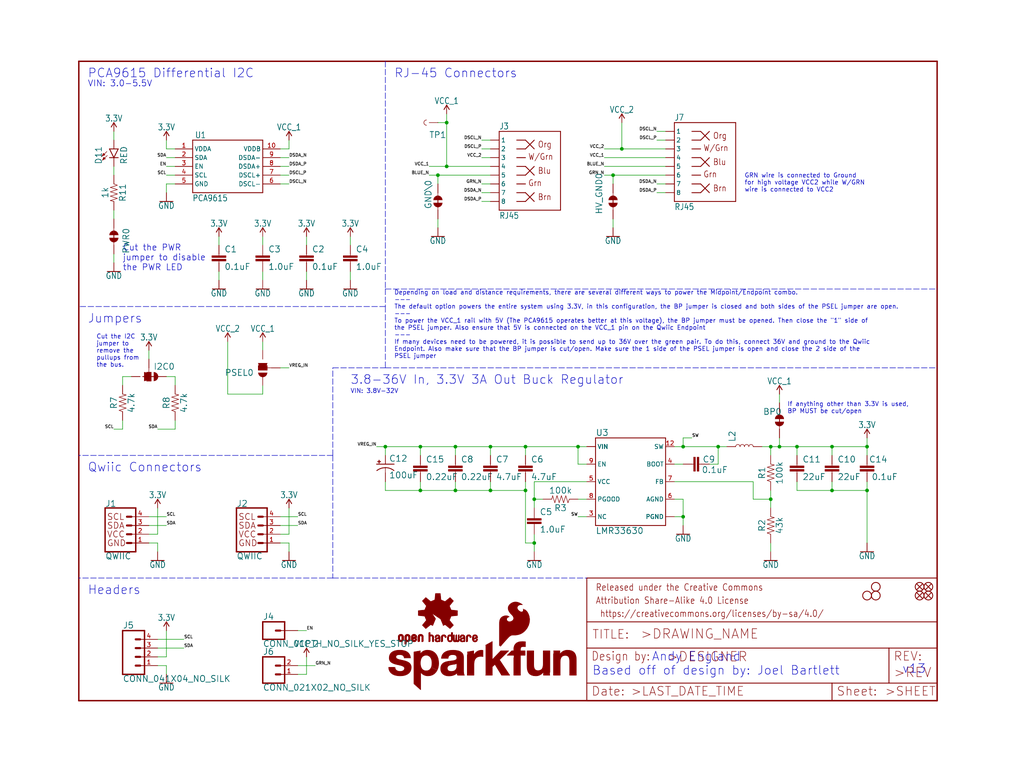
<source format=kicad_sch>
(kicad_sch (version 20211123) (generator eeschema)
  (paper "User" 297.002 223.926)
  (lib_symbols
    (symbol "schematicEagle-eagle-import:0.1UF-0603-100V-10%"
      (property "Reference" "C" (at 1.524 2.921 0))
      (property "Value" "0.1UF-0603-100V-10%" (at 1.524 -2.159 0))
      (symbol "0.1UF-0603-100V-10%_1_0"
        (pin passive line (at 0 5.08 270) (length 2.54) (name "1") (number "1"))
        (pin passive line (at 0 -2.54 90) (length 2.54) (name "2") (number "2"))
      )
    )
    (symbol "schematicEagle-eagle-import:0.1UF-0603-25V-(+80{slash}-20%)"
      (property "Reference" "C" (at 1.524 2.921 0))
      (property "Value" "0.1UF-0603-25V-(+80{slash}-20%)" (at 1.524 -2.159 0))
      (symbol "0.1UF-0603-25V-(+80{slash}-20%)_1_0"
        (pin passive line (at 0 5.08 270) (length 2.54) (name "1") (number "1"))
        (pin passive line (at 0 -2.54 90) (length 2.54) (name "2") (number "2"))
      )
    )
    (symbol "schematicEagle-eagle-import:0.22UF-0603-50V-10%"
      (property "Reference" "C" (at 1.524 2.921 0))
      (property "Value" "0.22UF-0603-50V-10%" (at 1.524 -2.159 0))
      (symbol "0.22UF-0603-50V-10%_1_0"
        (pin passive line (at 0 5.08 270) (length 2.54) (name "1") (number "1"))
        (pin passive line (at 0 -2.54 90) (length 2.54) (name "2") (number "2"))
      )
    )
    (symbol "schematicEagle-eagle-import:1.0UF-0603-16V-10%"
      (property "Reference" "C" (at 1.524 2.921 0))
      (property "Value" "1.0UF-0603-16V-10%" (at 1.524 -2.159 0))
      (symbol "1.0UF-0603-16V-10%_1_0"
        (pin passive line (at 0 5.08 270) (length 2.54) (name "1") (number "1"))
        (pin passive line (at 0 -2.54 90) (length 2.54) (name "2") (number "2"))
      )
    )
    (symbol "schematicEagle-eagle-import:100KOHM-0603-1{slash}10W-1%"
      (property "Reference" "R" (at 0 1.524 0))
      (property "Value" "100KOHM-0603-1{slash}10W-1%" (at 0 -1.524 0))
      (symbol "100KOHM-0603-1{slash}10W-1%_1_0"
        (pin passive line (at -5.08 0 0) (length 2.54) (name "1") (number "1"))
        (pin passive line (at 5.08 0 180) (length 2.54) (name "2") (number "2"))
      )
    )
    (symbol "schematicEagle-eagle-import:100UF-POLAR-8X10.5-50V"
      (property "Reference" "C" (at 1.016 0.635 0))
      (property "Value" "100UF-POLAR-8X10.5-50V" (at 1.016 -4.191 0))
      (symbol "100UF-POLAR-8X10.5-50V_1_0"
        (pin passive line (at 0 2.54 270) (length 2.54) (name "+") (number "+"))
        (pin passive line (at 0 -5.08 90) (length 2.54) (name "-") (number "-"))
      )
    )
    (symbol "schematicEagle-eagle-import:1KOHM-0603-1{slash}10W-1%"
      (property "Reference" "R" (at 0 1.524 0))
      (property "Value" "1KOHM-0603-1{slash}10W-1%" (at 0 -1.524 0))
      (symbol "1KOHM-0603-1{slash}10W-1%_1_0"
        (pin passive line (at -5.08 0 0) (length 2.54) (name "1") (number "1"))
        (pin passive line (at 5.08 0 180) (length 2.54) (name "2") (number "2"))
      )
    )
    (symbol "schematicEagle-eagle-import:2.2μH_SHIELDED_INDUCTOR_5X5"
      (property "Reference" "L" (at 1.27 2.54 0))
      (property "Value" "2.2μH_SHIELDED_INDUCTOR_5X5" (at 1.27 -2.54 0))
      (symbol "2.2μH_SHIELDED_INDUCTOR_5X5_1_0"
        (pin passive line (at 0 5.08 270) (length 2.54) (name "1") (number "P$1"))
        (pin passive line (at 0 -5.08 90) (length 2.54) (name "2") (number "P$2"))
      )
    )
    (symbol "schematicEagle-eagle-import:22UF-1210-16V-20%"
      (property "Reference" "C" (at 1.524 2.921 0))
      (property "Value" "22UF-1210-16V-20%" (at 1.524 -2.159 0))
      (symbol "22UF-1210-16V-20%_1_0"
        (pin passive line (at 0 5.08 270) (length 2.54) (name "1") (number "1"))
        (pin passive line (at 0 -2.54 90) (length 2.54) (name "2") (number "2"))
      )
    )
    (symbol "schematicEagle-eagle-import:3.3V" (power)
      (property "Value" "3.3V" (at 0 2.794 0))
      (symbol "3.3V_1_0"
        (pin power_in line (at 0 0 90) (length 2.54) (name "3.3V") (number "1"))
      )
    )
    (symbol "schematicEagle-eagle-import:4.7KOHM-0603-1{slash}10W-1%"
      (property "Reference" "R" (at 0 1.524 0))
      (property "Value" "4.7KOHM-0603-1{slash}10W-1%" (at 0 -1.524 0))
      (symbol "4.7KOHM-0603-1{slash}10W-1%_1_0"
        (pin passive line (at -5.08 0 0) (length 2.54) (name "1") (number "1"))
        (pin passive line (at 5.08 0 180) (length 2.54) (name "2") (number "2"))
      )
    )
    (symbol "schematicEagle-eagle-import:4.7UF-0805-50V-(10%)"
      (property "Reference" "C" (at 1.524 2.921 0))
      (property "Value" "4.7UF-0805-50V-(10%)" (at 1.524 -2.159 0))
      (symbol "4.7UF-0805-50V-(10%)_1_0"
        (pin passive line (at 0 5.08 270) (length 2.54) (name "1") (number "1"))
        (pin passive line (at 0 -2.54 90) (length 2.54) (name "2") (number "2"))
      )
    )
    (symbol "schematicEagle-eagle-import:43KOHM-0603-1{slash}10W-1%"
      (property "Reference" "R" (at 0 1.524 0))
      (property "Value" "43KOHM-0603-1{slash}10W-1%" (at 0 -1.524 0))
      (symbol "43KOHM-0603-1{slash}10W-1%_1_0"
        (pin passive line (at -5.08 0 0) (length 2.54) (name "1") (number "1"))
        (pin passive line (at 5.08 0 180) (length 2.54) (name "2") (number "2"))
      )
    )
    (symbol "schematicEagle-eagle-import:CONN_01PTH_NO_SILK_YES_STOP"
      (property "Reference" "J" (at -2.54 3.048 0))
      (property "Value" "CONN_01PTH_NO_SILK_YES_STOP" (at -2.54 -4.826 0))
      (symbol "CONN_01PTH_NO_SILK_YES_STOP_1_0"
        (pin passive line (at 7.62 0 180) (length 5.08) (name "1") (number "1"))
      )
    )
    (symbol "schematicEagle-eagle-import:CONN_021X02_NO_SILK"
      (property "Reference" "J" (at -2.54 5.588 0))
      (property "Value" "CONN_021X02_NO_SILK" (at -2.54 -4.826 0))
      (symbol "CONN_021X02_NO_SILK_1_0"
        (pin passive line (at 7.62 0 180) (length 5.08) (name "1") (number "1"))
        (pin passive line (at 7.62 2.54 180) (length 5.08) (name "2") (number "2"))
      )
    )
    (symbol "schematicEagle-eagle-import:CONN_041X04_NO_SILK"
      (property "Reference" "J" (at -5.08 8.128 0))
      (property "Value" "CONN_041X04_NO_SILK" (at -5.08 -7.366 0))
      (symbol "CONN_041X04_NO_SILK_1_0"
        (pin passive line (at 5.08 -2.54 180) (length 5.08) (name "1") (number "1"))
        (pin passive line (at 5.08 0 180) (length 5.08) (name "2") (number "2"))
        (pin passive line (at 5.08 2.54 180) (length 5.08) (name "3") (number "3"))
        (pin passive line (at 5.08 5.08 180) (length 5.08) (name "4") (number "4"))
      )
    )
    (symbol "schematicEagle-eagle-import:FIDUCIALUFIDUCIAL")
    (symbol "schematicEagle-eagle-import:FRAME-LETTER"
      (symbol "FRAME-LETTER_2_0"
        (text " https://creativecommons.org/licenses/by-sa/4.0/" (at 2.54 24.13 0) (effects (font (size 1.9304 1.6408)) (justify left bottom)))
        (text ">DESIGNER" (at 23.114 11.176 0) (effects (font (size 2.7432 2.7432)) (justify left bottom)))
        (text ">DRAWING_NAME" (at 15.494 17.78 0) (effects (font (size 2.7432 2.7432)) (justify left bottom)))
        (text ">LAST_DATE_TIME" (at 12.7 1.27 0) (effects (font (size 2.54 2.54)) (justify left bottom)))
        (text ">REV" (at 88.9 6.604 0) (effects (font (size 2.7432 2.7432)) (justify left bottom)))
        (text ">SHEET" (at 86.36 1.27 0) (effects (font (size 2.54 2.54)) (justify left bottom)))
        (text "Attribution Share-Alike 4.0 License" (at 2.54 27.94 0) (effects (font (size 1.9304 1.6408)) (justify left bottom)))
        (text "Date:" (at 1.27 1.27 0) (effects (font (size 2.54 2.54)) (justify left bottom)))
        (text "Design by:" (at 1.27 11.43 0) (effects (font (size 2.54 2.159)) (justify left bottom)))
        (text "Released under the Creative Commons" (at 2.54 31.75 0) (effects (font (size 1.9304 1.6408)) (justify left bottom)))
        (text "REV:" (at 88.9 11.43 0) (effects (font (size 2.54 2.54)) (justify left bottom)))
        (text "Sheet:" (at 72.39 1.27 0) (effects (font (size 2.54 2.54)) (justify left bottom)))
        (text "TITLE:" (at 1.524 17.78 0) (effects (font (size 2.54 2.54)) (justify left bottom)))
      )
    )
    (symbol "schematicEagle-eagle-import:GND" (power)
      (property "Value" "GND" (at 0 -0.254 0))
      (symbol "GND_1_0"
        (pin power_in line (at 0 2.54 270) (length 2.54) (name "GND") (number "1"))
      )
    )
    (symbol "schematicEagle-eagle-import:JUMPER-SMT_2_NC_TRACE_SILK"
      (property "Reference" "JP" (at -2.54 2.54 0))
      (property "Value" "JUMPER-SMT_2_NC_TRACE_SILK" (at -2.54 -2.54 0))
      (symbol "JUMPER-SMT_2_NC_TRACE_SILK_1_0"
        (pin passive line (at -5.08 0 0) (length 2.54) (name "1") (number "1"))
        (pin passive line (at 5.08 0 180) (length 2.54) (name "2") (number "2"))
      )
    )
    (symbol "schematicEagle-eagle-import:JUMPER-SMT_3_2-NC_TRACE_SILK"
      (property "Reference" "JP" (at 2.54 0.381 0))
      (property "Value" "JUMPER-SMT_3_2-NC_TRACE_SILK" (at 2.54 -0.381 0))
      (symbol "JUMPER-SMT_3_2-NC_TRACE_SILK_1_0"
        (pin passive line (at 0 5.08 270) (length 2.54) (name "1") (number "1"))
        (pin passive line (at -5.08 0 0) (length 2.54) (name "2") (number "2"))
        (pin passive line (at 0 -5.08 90) (length 2.54) (name "3") (number "3"))
      )
    )
    (symbol "schematicEagle-eagle-import:JUMPER-SMT_3_NO_SILK"
      (property "Reference" "JP" (at 2.54 0.381 0))
      (property "Value" "JUMPER-SMT_3_NO_SILK" (at 2.54 -0.381 0))
      (symbol "JUMPER-SMT_3_NO_SILK_1_0"
        (pin passive line (at 0 5.08 270) (length 2.54) (name "1") (number "1"))
        (pin passive line (at -5.08 0 0) (length 2.54) (name "2") (number "2"))
        (pin passive line (at 0 -5.08 90) (length 2.54) (name "3") (number "3"))
      )
    )
    (symbol "schematicEagle-eagle-import:LED-RED0603"
      (property "Reference" "D" (at -3.429 -4.572 90))
      (property "Value" "LED-RED0603" (at 1.905 -4.572 90))
      (symbol "LED-RED0603_1_0"
        (pin passive line (at 0 2.54 270) (length 2.54) (name "A") (number "A"))
        (pin passive line (at 0 -5.08 90) (length 2.54) (name "C") (number "C"))
      )
    )
    (symbol "schematicEagle-eagle-import:LMR33630"
      (property "Reference" "U" (at -10.16 13.208 0))
      (property "Value" "LMR33630" (at -10.16 -15.24 0))
      (symbol "LMR33630_1_0"
        (pin bidirectional line (at 12.7 -10.16 180) (length 2.54) (name "PGND") (number "1"))
        (pin bidirectional line (at -12.7 10.16 0) (length 2.54) (name "VIN") (number "10"))
        (pin bidirectional line (at 12.7 -10.16 180) (length 2.54) (name "PGND") (number "11"))
        (pin bidirectional line (at 12.7 10.16 180) (length 2.54) (name "SW") (number "12"))
        (pin bidirectional line (at -12.7 10.16 0) (length 2.54) (name "VIN") (number "2"))
        (pin bidirectional line (at -12.7 -10.16 0) (length 2.54) (name "NC") (number "3"))
        (pin bidirectional line (at 12.7 5.08 180) (length 2.54) (name "BOOT") (number "4"))
        (pin bidirectional line (at -12.7 0 0) (length 2.54) (name "VCC") (number "5"))
        (pin bidirectional line (at 12.7 -5.08 180) (length 2.54) (name "AGND") (number "6"))
        (pin bidirectional line (at 12.7 0 180) (length 2.54) (name "FB") (number "7"))
        (pin bidirectional line (at -12.7 -5.08 0) (length 2.54) (name "PGOOD") (number "8"))
        (pin bidirectional line (at -12.7 5.08 0) (length 2.54) (name "EN") (number "9"))
      )
    )
    (symbol "schematicEagle-eagle-import:OSHW-LOGOM")
    (symbol "schematicEagle-eagle-import:PCA9615"
      (property "Value" "PCA9615" (at 0 -10.16 0))
      (symbol "PCA9615_1_0"
        (pin bidirectional line (at -15.24 5.08 0) (length 5.08) (name "VDDA") (number "1"))
        (pin bidirectional line (at 15.24 5.08 180) (length 5.08) (name "VDDB") (number "10"))
        (pin bidirectional line (at -15.24 2.54 0) (length 5.08) (name "SDA") (number "2"))
        (pin bidirectional line (at -15.24 0 0) (length 5.08) (name "EN") (number "3"))
        (pin bidirectional line (at -15.24 -2.54 0) (length 5.08) (name "SCL") (number "4"))
        (pin bidirectional line (at -15.24 -5.08 0) (length 5.08) (name "GND") (number "5"))
        (pin bidirectional line (at 15.24 -5.08 180) (length 5.08) (name "DSCL-") (number "6"))
        (pin bidirectional line (at 15.24 -2.54 180) (length 5.08) (name "DSCL+") (number "7"))
        (pin bidirectional line (at 15.24 0 180) (length 5.08) (name "DSDA+") (number "8"))
        (pin bidirectional line (at 15.24 2.54 180) (length 5.08) (name "DSDA-") (number "9"))
      )
    )
    (symbol "schematicEagle-eagle-import:QWIIC_CONNECTORJS-1MM"
      (property "Reference" "J" (at -5.08 7.874 0))
      (property "Value" "QWIIC_CONNECTORJS-1MM" (at -5.08 -5.334 0))
      (symbol "QWIIC_CONNECTORJS-1MM_1_0"
        (text "GND" (at -4.572 -2.54 0) (effects (font (size 1.778 1.778)) (justify left)))
        (text "SCL" (at -4.572 5.08 0) (effects (font (size 1.778 1.778)) (justify left)))
        (text "SDA" (at -4.572 2.54 0) (effects (font (size 1.778 1.778)) (justify left)))
        (text "VCC" (at -4.572 0 0) (effects (font (size 1.778 1.778)) (justify left)))
        (pin power_in line (at 7.62 -2.54 180) (length 5.08) (name "1") (number "1"))
        (pin power_in line (at 7.62 0 180) (length 5.08) (name "2") (number "2"))
        (pin passive line (at 7.62 2.54 180) (length 5.08) (name "3") (number "3"))
        (pin passive line (at 7.62 5.08 180) (length 5.08) (name "4") (number "4"))
      )
    )
    (symbol "schematicEagle-eagle-import:RJ45-8"
      (property "Reference" "J" (at -5.08 10.668 0))
      (property "Value" "RJ45-8" (at -5.08 -15.24 0))
      (symbol "RJ45-8_1_0"
        (text "Blu" (at 6.096 -2.286 0) (effects (font (size 1.778 1.5113)) (justify left bottom)))
        (text "Brn" (at 6.096 -9.906 0) (effects (font (size 1.778 1.5113)) (justify left bottom)))
        (text "Grn" (at 3.302 -5.842 0) (effects (font (size 1.778 1.5113)) (justify left bottom)))
        (text "Org" (at 6.096 5.334 0) (effects (font (size 1.778 1.5113)) (justify left bottom)))
        (text "W/Grn" (at 3.302 1.778 0) (effects (font (size 1.778 1.5113)) (justify left bottom)))
        (pin bidirectional line (at -7.62 7.62 0) (length 2.54) (name "1") (number "1"))
        (pin bidirectional line (at -7.62 5.08 0) (length 2.54) (name "2") (number "2"))
        (pin bidirectional line (at -7.62 2.54 0) (length 2.54) (name "3") (number "3"))
        (pin bidirectional line (at -7.62 0 0) (length 2.54) (name "4") (number "4"))
        (pin bidirectional line (at -7.62 -2.54 0) (length 2.54) (name "5") (number "5"))
        (pin bidirectional line (at -7.62 -5.08 0) (length 2.54) (name "6") (number "6"))
        (pin bidirectional line (at -7.62 -7.62 0) (length 2.54) (name "7") (number "7"))
        (pin bidirectional line (at -7.62 -10.16 0) (length 2.54) (name "8") (number "8"))
      )
    )
    (symbol "schematicEagle-eagle-import:SFE_LOGO_FLAME.2_INCH")
    (symbol "schematicEagle-eagle-import:SFE_LOGO_NAME_FLAME.1_INCH")
    (symbol "schematicEagle-eagle-import:STAND-OFF")
    (symbol "schematicEagle-eagle-import:TEST-POINT3"
      (property "Reference" "TP" (at -2.54 2.54 0))
      (property "Value" "TEST-POINT3" (at -2.54 -2.54 0))
      (symbol "TEST-POINT3_1_0"
        (pin bidirectional line (at 0 0 180) (length 0) (name "1") (number "P$1"))
      )
    )
    (symbol "schematicEagle-eagle-import:VCC_1" (power)
      (property "Value" "VCC_1" (at 0 2.794 0))
      (symbol "VCC_1_1_0"
        (pin power_in line (at 0 0 90) (length 2.54) (name "VCC_1") (number "1"))
      )
    )
    (symbol "schematicEagle-eagle-import:VCC_2" (power)
      (property "Value" "VCC_2" (at 0 2.794 0))
      (symbol "VCC_2_1_0"
        (pin power_in line (at 0 0 90) (length 2.54) (name "VCC_2") (number "1"))
      )
    )
  )
  (junction (at 223.52 129.54))
  (junction (at 121.92 142.24))
  (junction (at 241.3 142.24))
  (junction (at 132.08 142.24))
  (junction (at 198.12 149.86))
  (junction (at 121.92 129.54))
  (junction (at 152.4 129.54))
  (junction (at 127 50.8))
  (junction (at 111.76 129.54))
  (junction (at 180.34 43.18))
  (junction (at 129.54 35.56))
  (junction (at 251.46 142.24))
  (junction (at 154.94 144.78))
  (junction (at 152.4 142.24))
  (junction (at 241.3 129.54))
  (junction (at 167.64 129.54))
  (junction (at 142.24 142.24))
  (junction (at 198.12 129.54))
  (junction (at 223.52 144.78))
  (junction (at 208.28 129.54))
  (junction (at 231.14 129.54))
  (junction (at 142.24 129.54))
  (junction (at 177.8 50.8))
  (junction (at 251.46 129.54))
  (junction (at 226.06 129.54))
  (junction (at 129.54 48.26))
  (junction (at 154.94 157.48))
  (junction (at 132.08 129.54))
  (polyline (pts (xy 111.76 88.9) (xy 111.76 106.68)))
  (wire (pts (xy 193.04 43.18) (xy 180.34 43.18)))
  (wire (pts (xy 208.28 134.62) (xy 208.28 129.54)))
  (wire (pts (xy 45.72 190.5) (xy 48.26 190.5)))
  (wire (pts (xy 33.02 38.1) (xy 33.02 40.64)))
  (wire (pts (xy 76.2 68.58) (xy 76.2 71.12)))
  (wire (pts (xy 81.28 157.48) (xy 83.82 157.48)))
  (wire (pts (xy 50.8 111.76) (xy 50.8 109.22)))
  (wire (pts (xy 220.98 129.54) (xy 223.52 129.54)))
  (wire (pts (xy 177.8 66.04) (xy 177.8 63.5)))
  (wire (pts (xy 43.18 154.94) (xy 45.72 154.94)))
  (wire (pts (xy 50.8 53.34) (xy 48.26 53.34)))
  (wire (pts (xy 142.24 55.88) (xy 139.7 55.88)))
  (wire (pts (xy 170.18 134.62) (xy 167.64 134.62)))
  (wire (pts (xy 142.24 53.34) (xy 139.7 53.34)))
  (wire (pts (xy 33.02 48.26) (xy 33.02 50.8)))
  (wire (pts (xy 132.08 139.7) (xy 132.08 142.24)))
  (wire (pts (xy 142.24 142.24) (xy 142.24 139.7)))
  (wire (pts (xy 124.46 48.26) (xy 129.54 48.26)))
  (wire (pts (xy 152.4 139.7) (xy 152.4 142.24)))
  (wire (pts (xy 170.18 129.54) (xy 167.64 129.54)))
  (wire (pts (xy 43.18 157.48) (xy 45.72 157.48)))
  (wire (pts (xy 195.58 144.78) (xy 198.12 144.78)))
  (wire (pts (xy 132.08 132.08) (xy 132.08 129.54)))
  (wire (pts (xy 152.4 157.48) (xy 154.94 157.48)))
  (wire (pts (xy 142.24 43.18) (xy 139.7 43.18)))
  (wire (pts (xy 193.04 38.1) (xy 190.5 38.1)))
  (wire (pts (xy 45.72 193.04) (xy 48.26 193.04)))
  (wire (pts (xy 205.74 134.62) (xy 208.28 134.62)))
  (polyline (pts (xy 111.76 83.82) (xy 271.78 83.82)))
  (wire (pts (xy 177.8 50.8) (xy 193.04 50.8)))
  (wire (pts (xy 231.14 142.24) (xy 241.3 142.24)))
  (wire (pts (xy 50.8 45.72) (xy 48.26 45.72)))
  (wire (pts (xy 48.26 53.34) (xy 48.26 55.88)))
  (wire (pts (xy 193.04 53.34) (xy 190.5 53.34)))
  (wire (pts (xy 66.04 114.3) (xy 76.2 114.3)))
  (wire (pts (xy 167.64 134.62) (xy 167.64 129.54)))
  (wire (pts (xy 48.26 40.64) (xy 48.26 43.18)))
  (wire (pts (xy 33.02 124.46) (xy 35.56 124.46)))
  (polyline (pts (xy 96.52 167.64) (xy 170.18 167.64)))
  (wire (pts (xy 81.28 50.8) (xy 83.82 50.8)))
  (wire (pts (xy 152.4 142.24) (xy 142.24 142.24)))
  (wire (pts (xy 142.24 58.42) (xy 139.7 58.42)))
  (wire (pts (xy 251.46 142.24) (xy 251.46 157.48)))
  (wire (pts (xy 81.28 106.68) (xy 83.82 106.68)))
  (wire (pts (xy 43.18 149.86) (xy 48.26 149.86)))
  (wire (pts (xy 223.52 129.54) (xy 226.06 129.54)))
  (wire (pts (xy 129.54 33.02) (xy 129.54 35.56)))
  (wire (pts (xy 50.8 124.46) (xy 50.8 121.92)))
  (wire (pts (xy 226.06 129.54) (xy 226.06 127)))
  (wire (pts (xy 170.18 139.7) (xy 154.94 139.7)))
  (polyline (pts (xy 96.52 106.68) (xy 111.76 106.68)))
  (wire (pts (xy 127 50.8) (xy 142.24 50.8)))
  (wire (pts (xy 154.94 160.02) (xy 154.94 157.48)))
  (wire (pts (xy 111.76 129.54) (xy 111.76 132.08)))
  (wire (pts (xy 48.26 190.5) (xy 48.26 182.88)))
  (wire (pts (xy 127 50.8) (xy 127 53.34)))
  (wire (pts (xy 83.82 157.48) (xy 83.82 160.02)))
  (wire (pts (xy 48.26 193.04) (xy 48.26 195.58)))
  (wire (pts (xy 121.92 129.54) (xy 111.76 129.54)))
  (wire (pts (xy 142.24 129.54) (xy 132.08 129.54)))
  (polyline (pts (xy 111.76 106.68) (xy 271.78 106.68)))
  (wire (pts (xy 157.48 144.78) (xy 154.94 144.78)))
  (wire (pts (xy 88.9 68.58) (xy 88.9 71.12)))
  (wire (pts (xy 231.14 132.08) (xy 231.14 129.54)))
  (polyline (pts (xy 96.52 132.08) (xy 22.86 132.08)))
  (wire (pts (xy 223.52 144.78) (xy 223.52 142.24)))
  (wire (pts (xy 132.08 142.24) (xy 121.92 142.24)))
  (wire (pts (xy 241.3 139.7) (xy 241.3 142.24)))
  (wire (pts (xy 226.06 129.54) (xy 231.14 129.54)))
  (wire (pts (xy 111.76 139.7) (xy 111.76 142.24)))
  (wire (pts (xy 170.18 149.86) (xy 167.64 149.86)))
  (wire (pts (xy 127 35.56) (xy 129.54 35.56)))
  (wire (pts (xy 35.56 124.46) (xy 35.56 121.92)))
  (wire (pts (xy 88.9 81.28) (xy 88.9 78.74)))
  (wire (pts (xy 86.36 193.04) (xy 91.44 193.04)))
  (wire (pts (xy 218.44 139.7) (xy 218.44 144.78)))
  (wire (pts (xy 81.28 152.4) (xy 86.36 152.4)))
  (wire (pts (xy 142.24 40.64) (xy 139.7 40.64)))
  (wire (pts (xy 48.26 43.18) (xy 50.8 43.18)))
  (wire (pts (xy 142.24 142.24) (xy 132.08 142.24)))
  (wire (pts (xy 45.72 124.46) (xy 50.8 124.46)))
  (wire (pts (xy 81.28 48.26) (xy 83.82 48.26)))
  (wire (pts (xy 45.72 157.48) (xy 45.72 160.02)))
  (polyline (pts (xy 111.76 17.78) (xy 111.76 83.82)))
  (wire (pts (xy 35.56 111.76) (xy 35.56 109.22)))
  (wire (pts (xy 167.64 129.54) (xy 152.4 129.54)))
  (polyline (pts (xy 96.52 132.08) (xy 96.52 106.68)))
  (wire (pts (xy 50.8 109.22) (xy 48.26 109.22)))
  (wire (pts (xy 101.6 68.58) (xy 101.6 71.12)))
  (wire (pts (xy 208.28 129.54) (xy 210.82 129.54)))
  (wire (pts (xy 152.4 132.08) (xy 152.4 129.54)))
  (wire (pts (xy 198.12 134.62) (xy 195.58 134.62)))
  (wire (pts (xy 167.64 144.78) (xy 170.18 144.78)))
  (wire (pts (xy 241.3 132.08) (xy 241.3 129.54)))
  (wire (pts (xy 66.04 99.06) (xy 66.04 114.3)))
  (wire (pts (xy 251.46 132.08) (xy 251.46 129.54)))
  (wire (pts (xy 86.36 182.88) (xy 88.9 182.88)))
  (wire (pts (xy 198.12 129.54) (xy 195.58 129.54)))
  (wire (pts (xy 175.26 45.72) (xy 193.04 45.72)))
  (wire (pts (xy 154.94 139.7) (xy 154.94 144.78)))
  (wire (pts (xy 231.14 129.54) (xy 241.3 129.54)))
  (wire (pts (xy 208.28 129.54) (xy 198.12 129.54)))
  (wire (pts (xy 111.76 142.24) (xy 121.92 142.24)))
  (wire (pts (xy 198.12 149.86) (xy 198.12 152.4)))
  (polyline (pts (xy 96.52 132.08) (xy 96.52 167.64)))
  (wire (pts (xy 50.8 48.26) (xy 48.26 48.26)))
  (wire (pts (xy 81.28 45.72) (xy 83.82 45.72)))
  (wire (pts (xy 86.36 195.58) (xy 88.9 195.58)))
  (wire (pts (xy 81.28 149.86) (xy 86.36 149.86)))
  (wire (pts (xy 129.54 35.56) (xy 129.54 48.26)))
  (wire (pts (xy 50.8 50.8) (xy 48.26 50.8)))
  (wire (pts (xy 180.34 35.56) (xy 180.34 43.18)))
  (wire (pts (xy 76.2 81.28) (xy 76.2 78.74)))
  (wire (pts (xy 223.52 147.32) (xy 223.52 144.78)))
  (wire (pts (xy 198.12 129.54) (xy 198.12 127)))
  (wire (pts (xy 111.76 129.54) (xy 109.22 129.54)))
  (wire (pts (xy 177.8 53.34) (xy 177.8 50.8)))
  (wire (pts (xy 195.58 139.7) (xy 218.44 139.7)))
  (wire (pts (xy 101.6 81.28) (xy 101.6 78.74)))
  (wire (pts (xy 193.04 55.88) (xy 190.5 55.88)))
  (wire (pts (xy 226.06 114.3) (xy 226.06 116.84)))
  (wire (pts (xy 152.4 129.54) (xy 142.24 129.54)))
  (wire (pts (xy 81.28 53.34) (xy 83.82 53.34)))
  (wire (pts (xy 223.52 160.02) (xy 223.52 157.48)))
  (wire (pts (xy 43.18 152.4) (xy 48.26 152.4)))
  (wire (pts (xy 33.02 63.5) (xy 33.02 60.96)))
  (wire (pts (xy 45.72 154.94) (xy 45.72 147.32)))
  (wire (pts (xy 231.14 139.7) (xy 231.14 142.24)))
  (wire (pts (xy 251.46 129.54) (xy 251.46 127)))
  (wire (pts (xy 152.4 142.24) (xy 152.4 157.48)))
  (wire (pts (xy 198.12 127) (xy 200.66 127)))
  (wire (pts (xy 33.02 73.66) (xy 33.02 76.2)))
  (wire (pts (xy 83.82 43.18) (xy 81.28 43.18)))
  (wire (pts (xy 241.3 142.24) (xy 251.46 142.24)))
  (wire (pts (xy 63.5 81.28) (xy 63.5 78.74)))
  (wire (pts (xy 129.54 48.26) (xy 142.24 48.26)))
  (wire (pts (xy 45.72 187.96) (xy 53.34 187.96)))
  (wire (pts (xy 195.58 149.86) (xy 198.12 149.86)))
  (wire (pts (xy 198.12 144.78) (xy 198.12 149.86)))
  (wire (pts (xy 154.94 157.48) (xy 154.94 154.94)))
  (polyline (pts (xy 111.76 83.82) (xy 111.76 88.9)))
  (wire (pts (xy 142.24 132.08) (xy 142.24 129.54)))
  (wire (pts (xy 175.26 50.8) (xy 177.8 50.8)))
  (wire (pts (xy 35.56 109.22) (xy 38.1 109.22)))
  (wire (pts (xy 132.08 129.54) (xy 121.92 129.54)))
  (wire (pts (xy 241.3 129.54) (xy 251.46 129.54)))
  (wire (pts (xy 193.04 40.64) (xy 190.5 40.64)))
  (wire (pts (xy 180.34 43.18) (xy 175.26 43.18)))
  (wire (pts (xy 124.46 50.8) (xy 127 50.8)))
  (wire (pts (xy 121.92 142.24) (xy 121.92 139.7)))
  (wire (pts (xy 251.46 142.24) (xy 251.46 139.7)))
  (wire (pts (xy 223.52 129.54) (xy 223.52 132.08)))
  (polyline (pts (xy 111.76 88.9) (xy 22.86 88.9)))
  (wire (pts (xy 76.2 99.06) (xy 76.2 101.6)))
  (wire (pts (xy 83.82 154.94) (xy 83.82 147.32)))
  (wire (pts (xy 43.18 101.6) (xy 43.18 104.14)))
  (wire (pts (xy 76.2 114.3) (xy 76.2 111.76)))
  (wire (pts (xy 45.72 185.42) (xy 53.34 185.42)))
  (wire (pts (xy 83.82 40.64) (xy 83.82 43.18)))
  (wire (pts (xy 81.28 154.94) (xy 83.82 154.94)))
  (wire (pts (xy 88.9 195.58) (xy 88.9 190.5)))
  (wire (pts (xy 218.44 144.78) (xy 223.52 144.78)))
  (polyline (pts (xy 96.52 167.64) (xy 22.86 167.64)))
  (wire (pts (xy 175.26 48.26) (xy 193.04 48.26)))
  (wire (pts (xy 142.24 45.72) (xy 139.7 45.72)))
  (wire (pts (xy 121.92 129.54) (xy 121.92 132.08)))
  (wire (pts (xy 127 63.5) (xy 127 66.04)))
  (wire (pts (xy 63.5 68.58) (xy 63.5 71.12)))
  (wire (pts (xy 154.94 144.78) (xy 154.94 147.32)))
  (text "RJ-45 Connectors" (at 114.3 22.86 180) (effects (font (size 2.54 2.54)) (justify left bottom)))
  (text "VIN: 3.0-5.5V" (at 25.4 25.4 180) (effects (font (size 1.778 1.778)) (justify left bottom)))
  (text "Cut the PWR\njumper to disable\nthe PWR LED" (at 35.56 78.74 180) (effects (font (size 1.778 1.778)) (justify left bottom)))
  (text "Andy England" (at 188.976 192.024 180) (effects (font (size 2.54 2.54)) (justify left bottom)))
  (text "v13" (at 261.62 195.58 180) (effects (font (size 2.54 2.54)) (justify left bottom)))
  (text "GRN wire is connected to Ground\nfor high voltage VCC2 while W/GRN\nwire is connected to VCC2" (at 215.9 55.88 0) (effects (font (size 1.27 1.27)) (justify left bottom)))
  (text "Based off of design by: Joel Bartlett" (at 171.704 196.088 180) (effects (font (size 2.54 2.54)) (justify left bottom)))
  (text "VIN: 3.8V-32V" (at 101.6 114.3 180) (effects (font (size 1.27 1.27)) (justify left bottom)))
  (text "Headers" (at 25.4 172.72 180) (effects (font (size 2.54 2.54)) (justify left bottom)))
  (text "3.8-36V In, 3.3V 3A Out Buck Regulator" (at 101.6 111.76 180) (effects (font (size 2.54 2.54)) (justify left bottom)))
  (text "Qwiic Connectors" (at 25.4 137.16 180) (effects (font (size 2.54 2.54)) (justify left bottom)))
  (text "Cut the I2C\njumper to\nremove the\npullups from\nthe bus." (at 27.94 106.68 0) (effects (font (size 1.27 1.27)) (justify left bottom)))
  (text "Depending on load and distance requirements, there are several different ways to power the Midpoint/Endpoint combo.\n---\nThe default option powers the entire system using 3.3V, in this configuration, the BP jumper is closed and both sides of the PSEL jumper are open.\n---\nTo power the VCC_1 rail with 5V (The PCA9615 operates better at this voltage), the BP jumper must be opened. Then close the \"1\" side of\nthe PSEL jumper. Also ensure that 5V is connected on the VCC_1 pin on the Qwiic Endpoint\n---\nIf many devices need to be powered, it is possible to send up to 36V over the green pair. To do this, connect 36V and ground to the Qwiic\nEndpoint. Also make sure that the BP jumper is cut/open. Make sure the 1 side of the PSEL jumper is open and close the 2 side of the\nPSEL jumper" (at 114.3 104.14 0) (effects (font (size 1.27 1.27)) (justify left bottom)))
  (text "If anything other than 3.3V is used,\nBP MUST be cut/open" (at 228.346 120.142 0) (effects (font (size 1.27 1.27)) (justify left bottom)))
  (text "Jumpers" (at 25.4 93.98 180) (effects (font (size 2.54 2.54)) (justify left bottom)))
  (text "PCA9615 Differential I2C" (at 25.4 22.86 180) (effects (font (size 2.54 2.54)) (justify left bottom)))
  (label "SW" (at 167.64 149.86 180) (effects (font (size 0.889 0.889))))
  (label "VCC_2" (at 139.7 45.72 180) (effects (font (size 0.889 0.889))))
  (label "DSDA_P" (at 139.7 58.42 180) (effects (font (size 0.889 0.889))))
  (label "SDA" (at 45.72 124.46 180) (effects (font (size 0.889 0.889))))
  (label "SCL" (at 86.36 149.86 0) (effects (font (size 0.889 0.889))))
  (label "VCC_1" (at 124.46 48.26 180) (effects (font (size 0.889 0.889))))
  (label "BLUE_N" (at 175.26 48.26 180) (effects (font (size 0.889 0.889))))
  (label "DSDA_N" (at 139.7 55.88 180) (effects (font (size 0.889 0.889))))
  (label "SCL" (at 33.02 124.46 180) (effects (font (size 0.889 0.889))))
  (label "VCC_2" (at 175.26 43.18 180) (effects (font (size 0.889 0.889))))
  (label "SCL" (at 48.26 50.8 180) (effects (font (size 0.889 0.889))))
  (label "SW" (at 200.66 127 0) (effects (font (size 0.889 0.889))))
  (label "SDA" (at 86.36 152.4 0) (effects (font (size 0.889 0.889))))
  (label "SDA" (at 48.26 45.72 180) (effects (font (size 0.889 0.889))))
  (label "GRN_N" (at 139.7 53.34 180) (effects (font (size 0.889 0.889))))
  (label "DSCL_P" (at 83.82 50.8 0) (effects (font (size 0.889 0.889))))
  (label "DSDA_P" (at 190.5 55.88 180) (effects (font (size 0.889 0.889))))
  (label "DSCL_N" (at 139.7 40.64 180) (effects (font (size 0.889 0.889))))
  (label "DSDA_N" (at 83.82 45.72 0) (effects (font (size 0.889 0.889))))
  (label "DSCL_P" (at 139.7 43.18 180) (effects (font (size 0.889 0.889))))
  (label "VREG_IN" (at 109.22 129.54 180) (effects (font (size 0.889 0.889))))
  (label "DSCL_N" (at 83.82 53.34 0) (effects (font (size 0.889 0.889))))
  (label "DSCL_N" (at 190.5 38.1 180) (effects (font (size 0.889 0.889))))
  (label "SCL" (at 53.34 185.42 0) (effects (font (size 0.889 0.889))))
  (label "EN" (at 88.9 182.88 0) (effects (font (size 0.889 0.889))))
  (label "BLUE_N" (at 124.46 50.8 180) (effects (font (size 0.889 0.889))))
  (label "GRN_N" (at 91.44 193.04 0) (effects (font (size 0.889 0.889))))
  (label "DSDA_P" (at 83.82 48.26 0) (effects (font (size 0.889 0.889))))
  (label "SDA" (at 53.34 187.96 0) (effects (font (size 0.889 0.889))))
  (label "SCL" (at 48.26 149.86 0) (effects (font (size 0.889 0.889))))
  (label "EN" (at 48.26 48.26 180) (effects (font (size 0.889 0.889))))
  (label "GRN_N" (at 175.26 50.8 180) (effects (font (size 0.889 0.889))))
  (label "DSDA_N" (at 190.5 53.34 180) (effects (font (size 0.889 0.889))))
  (label "SDA" (at 48.26 152.4 0) (effects (font (size 0.889 0.889))))
  (label "VREG_IN" (at 83.82 106.68 0) (effects (font (size 0.889 0.889))))
  (label "DSCL_P" (at 190.5 40.64 180) (effects (font (size 0.889 0.889))))
  (label "VCC_1" (at 175.26 45.72 180) (effects (font (size 0.889 0.889))))
  (symbol (lib_id "schematicEagle-eagle-import:FIDUCIALUFIDUCIAL") (at 269.24 170.18 0) (unit 1)
    (property "Reference" "FD1" (effects hide))
    (property "Value" "FIDUCIALUFIDUCIAL" (effects hide))
    (property "Footprint" "schematicEagle:FIDUCIAL-MICRO" (effects hide))
  )
  (symbol (lib_id "schematicEagle-eagle-import:22UF-1210-16V-20%") (at 231.14 137.16 0) (unit 1)
    (property "Reference" "C11" (at 232.664 134.239 0) (effects (font (size 1.778 1.778)) (justify left bottom)))
    (property "Value" "22uF" (at 232.664 139.319 0) (effects (font (size 1.778 1.778)) (justify left bottom)))
    (property "Footprint" "schematicEagle:1210" (effects hide))
  )
  (symbol (lib_id "schematicEagle-eagle-import:RJ45-8") (at 200.66 45.72 0) (unit 1)
    (property "Reference" "J7" (at 195.58 35.052 0) (effects (font (size 1.778 1.5113)) (justify left bottom)))
    (property "Value" "RJ45" (at 195.58 60.96 0) (effects (font (size 1.778 1.5113)) (justify left bottom)))
    (property "Footprint" "schematicEagle:RJ45-8" (effects hide))
  )
  (symbol (lib_id "schematicEagle-eagle-import:0.22UF-0603-50V-10%") (at 121.92 137.16 0) (unit 1)
    (property "Reference" "C15" (at 123.444 134.239 0) (effects (font (size 1.778 1.778)) (justify left bottom)))
    (property "Value" "0.22uF" (at 123.444 139.319 0) (effects (font (size 1.778 1.778)) (justify left bottom)))
    (property "Footprint" "schematicEagle:0603" (effects hide))
  )
  (symbol (lib_id "schematicEagle-eagle-import:GND") (at 83.82 162.56 0) (unit 1)
    (property "Reference" "#GND2" (effects hide))
    (property "Value" "GND" (at 83.82 162.814 0) (effects (font (size 1.778 1.5113)) (justify top)))
    (property "Footprint" "schematicEagle:" (effects hide))
  )
  (symbol (lib_id "schematicEagle-eagle-import:TEST-POINT3") (at 127 35.56 180) (unit 1)
    (property "Reference" "TP1" (at 129.54 38.1 0) (effects (font (size 1.778 1.778)) (justify left bottom)))
    (property "Value" "TEST-POINT3" (effects hide))
    (property "Footprint" "schematicEagle:PAD.03X.03" (effects hide))
  )
  (symbol (lib_id "schematicEagle-eagle-import:GND") (at 127 68.58 0) (unit 1)
    (property "Reference" "#GND10" (effects hide))
    (property "Value" "GND" (at 127 68.834 0) (effects (font (size 1.778 1.5113)) (justify top)))
    (property "Footprint" "schematicEagle:" (effects hide))
  )
  (symbol (lib_id "schematicEagle-eagle-import:GND") (at 88.9 83.82 0) (unit 1)
    (property "Reference" "#GND8" (effects hide))
    (property "Value" "GND" (at 88.9 84.074 0) (effects (font (size 1.778 1.5113)) (justify top)))
    (property "Footprint" "schematicEagle:" (effects hide))
  )
  (symbol (lib_id "schematicEagle-eagle-import:100UF-POLAR-8X10.5-50V") (at 111.76 134.62 0) (unit 1)
    (property "Reference" "C12" (at 112.776 133.985 0) (effects (font (size 1.778 1.778)) (justify left bottom)))
    (property "Value" "100uF" (at 112.776 138.811 0) (effects (font (size 1.778 1.778)) (justify left bottom)))
    (property "Footprint" "schematicEagle:8X10.5" (effects hide))
  )
  (symbol (lib_id "schematicEagle-eagle-import:VCC_2") (at 66.04 99.06 0) (unit 1)
    (property "Reference" "#SUPPLY13" (effects hide))
    (property "Value" "VCC_2" (at 66.04 96.266 0) (effects (font (size 1.778 1.5113)) (justify bottom)))
    (property "Footprint" "schematicEagle:" (effects hide))
  )
  (symbol (lib_id "schematicEagle-eagle-import:1KOHM-0603-1{slash}10W-1%") (at 33.02 55.88 270) (unit 1)
    (property "Reference" "R11" (at 34.544 55.88 0) (effects (font (size 1.778 1.778)) (justify bottom)))
    (property "Value" "1k" (at 31.496 55.88 0) (effects (font (size 1.778 1.778)) (justify top)))
    (property "Footprint" "schematicEagle:0603" (effects hide))
  )
  (symbol (lib_id "schematicEagle-eagle-import:FIDUCIALUFIDUCIAL") (at 266.7 172.72 0) (unit 1)
    (property "Reference" "FD4" (effects hide))
    (property "Value" "FIDUCIALUFIDUCIAL" (effects hide))
    (property "Footprint" "schematicEagle:FIDUCIAL-MICRO" (effects hide))
  )
  (symbol (lib_id "schematicEagle-eagle-import:4.7KOHM-0603-1{slash}10W-1%") (at 50.8 116.84 90) (unit 1)
    (property "Reference" "R8" (at 49.276 116.84 0) (effects (font (size 1.778 1.778)) (justify bottom)))
    (property "Value" "4.7k" (at 52.324 116.84 0) (effects (font (size 1.778 1.778)) (justify top)))
    (property "Footprint" "schematicEagle:0603" (effects hide))
  )
  (symbol (lib_id "schematicEagle-eagle-import:GND") (at 48.26 58.42 0) (unit 1)
    (property "Reference" "#GND3" (effects hide))
    (property "Value" "GND" (at 48.26 58.674 0) (effects (font (size 1.778 1.5113)) (justify top)))
    (property "Footprint" "schematicEagle:" (effects hide))
  )
  (symbol (lib_id "schematicEagle-eagle-import:QWIIC_CONNECTORJS-1MM") (at 35.56 154.94 0) (unit 1)
    (property "Reference" "J1" (at 30.48 147.066 0) (effects (font (size 1.778 1.778)) (justify left bottom)))
    (property "Value" "QWIIC" (at 30.48 160.274 0) (effects (font (size 1.778 1.778)) (justify left top)))
    (property "Footprint" "schematicEagle:JST04_1MM_RA" (effects hide))
  )
  (symbol (lib_id "schematicEagle-eagle-import:VCC_1") (at 83.82 40.64 0) (unit 1)
    (property "Reference" "#SUPPLY15" (effects hide))
    (property "Value" "VCC_1" (at 83.82 37.846 0) (effects (font (size 1.778 1.5113)) (justify bottom)))
    (property "Footprint" "schematicEagle:" (effects hide))
  )
  (symbol (lib_id "schematicEagle-eagle-import:43KOHM-0603-1{slash}10W-1%") (at 223.52 152.4 90) (unit 1)
    (property "Reference" "R2" (at 221.996 152.4 0) (effects (font (size 1.778 1.778)) (justify bottom)))
    (property "Value" "43k" (at 225.044 152.4 0) (effects (font (size 1.778 1.778)) (justify top)))
    (property "Footprint" "schematicEagle:0603" (effects hide))
  )
  (symbol (lib_id "schematicEagle-eagle-import:JUMPER-SMT_2_NC_TRACE_SILK") (at 33.02 68.58 90) (unit 1)
    (property "Reference" "PWR0" (at 35.56 66.04 0) (effects (font (size 1.778 1.778)) (justify right top)))
    (property "Value" "JUMPER-SMT_2_NC_TRACE_SILK" (effects hide))
    (property "Footprint" "schematicEagle:SMT-JUMPER_2_NC_TRACE_SILK" (effects hide))
  )
  (symbol (lib_id "schematicEagle-eagle-import:3.3V") (at 45.72 147.32 0) (unit 1)
    (property "Reference" "#SUPPLY3" (effects hide))
    (property "Value" "3.3V" (at 45.72 144.526 0) (effects (font (size 1.778 1.5113)) (justify bottom)))
    (property "Footprint" "schematicEagle:" (effects hide))
  )
  (symbol (lib_id "schematicEagle-eagle-import:CONN_041X04_NO_SILK") (at 40.64 190.5 0) (unit 1)
    (property "Reference" "J5" (at 35.56 182.372 0) (effects (font (size 1.778 1.778)) (justify left bottom)))
    (property "Value" "CONN_041X04_NO_SILK" (at 35.56 197.866 0) (effects (font (size 1.778 1.778)) (justify left bottom)))
    (property "Footprint" "schematicEagle:1X04_NO_SILK" (effects hide))
  )
  (symbol (lib_id "schematicEagle-eagle-import:FRAME-LETTER") (at 22.86 203.2 0) (unit 1)
    (property "Reference" "FRAME1" (effects hide))
    (property "Value" "FRAME-LETTER" (effects hide))
    (property "Footprint" "schematicEagle:CREATIVE_COMMONS" (effects hide))
  )
  (symbol (lib_id "schematicEagle-eagle-import:3.3V") (at 48.26 40.64 0) (unit 1)
    (property "Reference" "#SUPPLY2" (effects hide))
    (property "Value" "3.3V" (at 48.26 37.846 0) (effects (font (size 1.778 1.5113)) (justify bottom)))
    (property "Footprint" "schematicEagle:" (effects hide))
  )
  (symbol (lib_id "schematicEagle-eagle-import:JUMPER-SMT_2_NC_TRACE_SILK") (at 177.8 58.42 270) (mirror x) (unit 1)
    (property "Reference" "HV_GND0" (at 172.72 62.23 0) (effects (font (size 1.778 1.778)) (justify left bottom)))
    (property "Value" "JUMPER-SMT_2_NC_TRACE_SILK" (effects hide))
    (property "Footprint" "schematicEagle:SMT-JUMPER_2_NC_TRACE_SILK" (effects hide))
  )
  (symbol (lib_id "schematicEagle-eagle-import:VCC_1") (at 226.06 114.3 0) (unit 1)
    (property "Reference" "#SUPPLY4" (effects hide))
    (property "Value" "VCC_1" (at 226.06 111.506 0) (effects (font (size 1.778 1.5113)) (justify bottom)))
    (property "Footprint" "schematicEagle:" (effects hide))
  )
  (symbol (lib_id "schematicEagle-eagle-import:0.1UF-0603-100V-10%") (at 203.2 134.62 90) (unit 1)
    (property "Reference" "C9" (at 203.708 134.239 90) (effects (font (size 1.778 1.778)) (justify right top)))
    (property "Value" "0.1uF" (at 203.454 137.287 90) (effects (font (size 1.778 1.778)) (justify right top)))
    (property "Footprint" "schematicEagle:0603" (effects hide))
  )
  (symbol (lib_id "schematicEagle-eagle-import:4.7UF-0805-50V-(10%)") (at 152.4 137.16 0) (unit 1)
    (property "Reference" "C6" (at 153.924 134.239 0) (effects (font (size 1.778 1.778)) (justify left bottom)))
    (property "Value" "4.7uF" (at 153.924 139.319 0) (effects (font (size 1.778 1.778)) (justify left bottom)))
    (property "Footprint" "schematicEagle:0805" (effects hide))
  )
  (symbol (lib_id "schematicEagle-eagle-import:JUMPER-SMT_3_NO_SILK") (at 76.2 106.68 180) (unit 1)
    (property "Reference" "PSEL0" (at 73.66 107.061 0) (effects (font (size 1.778 1.778)) (justify left bottom)))
    (property "Value" "JUMPER-SMT_3_NO_SILK" (effects hide))
    (property "Footprint" "schematicEagle:SMT-JUMPER_3_NO_SILK" (effects hide))
  )
  (symbol (lib_id "schematicEagle-eagle-import:VCC_1") (at 76.2 99.06 0) (unit 1)
    (property "Reference" "#SUPPLY12" (effects hide))
    (property "Value" "VCC_1" (at 76.2 96.266 0) (effects (font (size 1.778 1.5113)) (justify bottom)))
    (property "Footprint" "schematicEagle:" (effects hide))
  )
  (symbol (lib_id "schematicEagle-eagle-import:3.3V") (at 63.5 68.58 0) (unit 1)
    (property "Reference" "#SUPPLY9" (effects hide))
    (property "Value" "3.3V" (at 63.5 65.786 0) (effects (font (size 1.778 1.5113)) (justify bottom)))
    (property "Footprint" "schematicEagle:" (effects hide))
  )
  (symbol (lib_id "schematicEagle-eagle-import:QWIIC_CONNECTORJS-1MM") (at 73.66 154.94 0) (unit 1)
    (property "Reference" "J2" (at 68.58 147.066 0) (effects (font (size 1.778 1.778)) (justify left bottom)))
    (property "Value" "QWIIC" (at 68.58 160.274 0) (effects (font (size 1.778 1.778)) (justify left top)))
    (property "Footprint" "schematicEagle:JST04_1MM_RA" (effects hide))
  )
  (symbol (lib_id "schematicEagle-eagle-import:GND") (at 223.52 162.56 0) (mirror y) (unit 1)
    (property "Reference" "#GND4" (effects hide))
    (property "Value" "GND" (at 223.52 162.814 0) (effects (font (size 1.778 1.5113)) (justify top)))
    (property "Footprint" "schematicEagle:" (effects hide))
  )
  (symbol (lib_id "schematicEagle-eagle-import:SFE_LOGO_FLAME.2_INCH") (at 144.78 187.96 0) (unit 1)
    (property "Reference" "LOGO3" (effects hide))
    (property "Value" "SFE_LOGO_FLAME.2_INCH" (effects hide))
    (property "Footprint" "schematicEagle:SFE_LOGO_FLAME_.2" (effects hide))
  )
  (symbol (lib_id "schematicEagle-eagle-import:GND") (at 177.8 68.58 0) (mirror y) (unit 1)
    (property "Reference" "#GND13" (effects hide))
    (property "Value" "GND" (at 177.8 68.834 0) (effects (font (size 1.778 1.5113)) (justify top)))
    (property "Footprint" "schematicEagle:" (effects hide))
  )
  (symbol (lib_id "schematicEagle-eagle-import:4.7KOHM-0603-1{slash}10W-1%") (at 35.56 116.84 90) (unit 1)
    (property "Reference" "R7" (at 34.036 116.84 0) (effects (font (size 1.778 1.778)) (justify bottom)))
    (property "Value" "4.7k" (at 37.084 116.84 0) (effects (font (size 1.778 1.778)) (justify top)))
    (property "Footprint" "schematicEagle:0603" (effects hide))
  )
  (symbol (lib_id "schematicEagle-eagle-import:100KOHM-0603-1{slash}10W-1%") (at 223.52 137.16 90) (unit 1)
    (property "Reference" "R1" (at 221.996 137.16 0) (effects (font (size 1.778 1.778)) (justify bottom)))
    (property "Value" "100k" (at 225.044 137.16 0) (effects (font (size 1.778 1.778)) (justify top)))
    (property "Footprint" "schematicEagle:0603" (effects hide))
  )
  (symbol (lib_id "schematicEagle-eagle-import:FIDUCIALUFIDUCIAL") (at 266.7 170.18 0) (unit 1)
    (property "Reference" "FD3" (effects hide))
    (property "Value" "FIDUCIALUFIDUCIAL" (effects hide))
    (property "Footprint" "schematicEagle:FIDUCIAL-MICRO" (effects hide))
  )
  (symbol (lib_id "schematicEagle-eagle-import:FIDUCIALUFIDUCIAL") (at 269.24 172.72 0) (unit 1)
    (property "Reference" "FD2" (effects hide))
    (property "Value" "FIDUCIALUFIDUCIAL" (effects hide))
    (property "Footprint" "schematicEagle:FIDUCIAL-MICRO" (effects hide))
  )
  (symbol (lib_id "schematicEagle-eagle-import:GND") (at 76.2 83.82 0) (unit 1)
    (property "Reference" "#GND7" (effects hide))
    (property "Value" "GND" (at 76.2 84.074 0) (effects (font (size 1.778 1.5113)) (justify top)))
    (property "Footprint" "schematicEagle:" (effects hide))
  )
  (symbol (lib_id "schematicEagle-eagle-import:3.3V") (at 251.46 127 0) (unit 1)
    (property "Reference" "#SUPPLY16" (effects hide))
    (property "Value" "3.3V" (at 251.46 124.206 0) (effects (font (size 1.778 1.5113)) (justify bottom)))
    (property "Footprint" "schematicEagle:" (effects hide))
  )
  (symbol (lib_id "schematicEagle-eagle-import:22UF-1210-16V-20%") (at 241.3 137.16 0) (unit 1)
    (property "Reference" "C10" (at 242.824 134.239 0) (effects (font (size 1.778 1.778)) (justify left bottom)))
    (property "Value" "22uF" (at 242.824 139.319 0) (effects (font (size 1.778 1.778)) (justify left bottom)))
    (property "Footprint" "schematicEagle:1210" (effects hide))
  )
  (symbol (lib_id "schematicEagle-eagle-import:VCC_2") (at 180.34 35.56 0) (unit 1)
    (property "Reference" "#SUPPLY5" (effects hide))
    (property "Value" "VCC_2" (at 180.34 32.766 0) (effects (font (size 1.778 1.5113)) (justify bottom)))
    (property "Footprint" "schematicEagle:" (effects hide))
  )
  (symbol (lib_id "schematicEagle-eagle-import:1.0UF-0603-16V-10%") (at 101.6 76.2 0) (unit 1)
    (property "Reference" "C4" (at 103.124 73.279 0) (effects (font (size 1.778 1.778)) (justify left bottom)))
    (property "Value" "1.0uF" (at 103.124 78.359 0) (effects (font (size 1.778 1.778)) (justify left bottom)))
    (property "Footprint" "schematicEagle:0603" (effects hide))
  )
  (symbol (lib_id "schematicEagle-eagle-import:STAND-OFF") (at 254 172.72 0) (unit 1)
    (property "Reference" "H3" (effects hide))
    (property "Value" "STAND-OFF" (effects hide))
    (property "Footprint" "schematicEagle:STAND-OFF" (effects hide))
  )
  (symbol (lib_id "schematicEagle-eagle-import:CONN_01PTH_NO_SILK_YES_STOP") (at 78.74 182.88 0) (unit 1)
    (property "Reference" "J4" (at 76.2 179.832 0) (effects (font (size 1.778 1.778)) (justify left bottom)))
    (property "Value" "CONN_01PTH_NO_SILK_YES_STOP" (at 76.2 187.706 0) (effects (font (size 1.778 1.778)) (justify left bottom)))
    (property "Footprint" "schematicEagle:1X01_NO_SILK" (effects hide))
  )
  (symbol (lib_id "schematicEagle-eagle-import:STAND-OFF") (at 251.46 172.72 0) (unit 1)
    (property "Reference" "H4" (effects hide))
    (property "Value" "STAND-OFF" (effects hide))
    (property "Footprint" "schematicEagle:STAND-OFF" (effects hide))
  )
  (symbol (lib_id "schematicEagle-eagle-import:JUMPER-SMT_2_NC_TRACE_SILK") (at 127 58.42 90) (unit 1)
    (property "Reference" "GND\\0" (at 125.222 60.706 0) (effects (font (size 1.778 1.778)) (justify left bottom)))
    (property "Value" "JUMPER-SMT_2_NC_TRACE_SILK" (effects hide))
    (property "Footprint" "schematicEagle:SMT-JUMPER_2_NC_TRACE_SILK" (effects hide))
  )
  (symbol (lib_id "schematicEagle-eagle-import:GND") (at 48.26 198.12 0) (unit 1)
    (property "Reference" "#GND11" (effects hide))
    (property "Value" "GND" (at 48.26 198.374 0) (effects (font (size 1.778 1.5113)) (justify top)))
    (property "Footprint" "schematicEagle:" (effects hide))
  )
  (symbol (lib_id "schematicEagle-eagle-import:100KOHM-0603-1{slash}10W-1%") (at 162.56 144.78 180) (unit 1)
    (property "Reference" "R3" (at 162.56 146.304 0) (effects (font (size 1.778 1.778)) (justify bottom)))
    (property "Value" "100k" (at 162.56 143.256 0) (effects (font (size 1.778 1.778)) (justify top)))
    (property "Footprint" "schematicEagle:0603" (effects hide))
  )
  (symbol (lib_id "schematicEagle-eagle-import:0.1UF-0603-25V-(+80{slash}-20%)") (at 88.9 76.2 0) (unit 1)
    (property "Reference" "C2" (at 90.424 73.279 0) (effects (font (size 1.778 1.778)) (justify left bottom)))
    (property "Value" "0.1uF" (at 90.424 78.359 0) (effects (font (size 1.778 1.778)) (justify left bottom)))
    (property "Footprint" "schematicEagle:0603" (effects hide))
  )
  (symbol (lib_id "schematicEagle-eagle-import:3.3V") (at 48.26 182.88 0) (unit 1)
    (property "Reference" "#SUPPLY14" (effects hide))
    (property "Value" "3.3V" (at 48.26 180.086 0) (effects (font (size 1.778 1.5113)) (justify bottom)))
    (property "Footprint" "schematicEagle:" (effects hide))
  )
  (symbol (lib_id "schematicEagle-eagle-import:0.22UF-0603-50V-10%") (at 132.08 137.16 0) (unit 1)
    (property "Reference" "C8" (at 133.604 134.239 0) (effects (font (size 1.778 1.778)) (justify left bottom)))
    (property "Value" "0.22uF" (at 133.604 139.319 0) (effects (font (size 1.778 1.778)) (justify left bottom)))
    (property "Footprint" "schematicEagle:0603" (effects hide))
  )
  (symbol (lib_id "schematicEagle-eagle-import:3.3V") (at 101.6 68.58 0) (unit 1)
    (property "Reference" "#SUPPLY17" (effects hide))
    (property "Value" "3.3V" (at 101.6 65.786 0) (effects (font (size 1.778 1.5113)) (justify bottom)))
    (property "Footprint" "schematicEagle:" (effects hide))
  )
  (symbol (lib_id "schematicEagle-eagle-import:1.0UF-0603-16V-10%") (at 154.94 152.4 0) (unit 1)
    (property "Reference" "C5" (at 156.464 149.479 0) (effects (font (size 1.778 1.778)) (justify left bottom)))
    (property "Value" "1.0uF" (at 156.464 154.559 0) (effects (font (size 1.778 1.778)) (justify left bottom)))
    (property "Footprint" "schematicEagle:0603" (effects hide))
  )
  (symbol (lib_id "schematicEagle-eagle-import:0.1UF-0603-100V-10%") (at 251.46 137.16 0) (unit 1)
    (property "Reference" "C14" (at 251.968 134.239 0) (effects (font (size 1.778 1.778)) (justify left bottom)))
    (property "Value" "0.1uF" (at 252.73 139.319 0) (effects (font (size 1.778 1.778)) (justify left bottom)))
    (property "Footprint" "schematicEagle:0603" (effects hide))
  )
  (symbol (lib_id "schematicEagle-eagle-import:STAND-OFF") (at 254 170.18 0) (unit 1)
    (property "Reference" "H2" (effects hide))
    (property "Value" "STAND-OFF" (effects hide))
    (property "Footprint" "schematicEagle:STAND-OFF" (effects hide))
  )
  (symbol (lib_id "schematicEagle-eagle-import:PCA9615") (at 66.04 48.26 0) (unit 1)
    (property "Reference" "U1" (at 58.166 40.132 0) (effects (font (size 1.778 1.5113)) (justify bottom)))
    (property "Value" "PCA9615" (at 60.96 58.42 0) (effects (font (size 1.778 1.5113)) (justify bottom)))
    (property "Footprint" "schematicEagle:TSSOP10" (effects hide))
  )
  (symbol (lib_id "schematicEagle-eagle-import:1.0UF-0603-16V-10%") (at 76.2 76.2 0) (unit 1)
    (property "Reference" "C3" (at 77.724 73.279 0) (effects (font (size 1.778 1.778)) (justify left bottom)))
    (property "Value" "1.0uF" (at 77.724 78.359 0) (effects (font (size 1.778 1.778)) (justify left bottom)))
    (property "Footprint" "schematicEagle:0603" (effects hide))
  )
  (symbol (lib_id "schematicEagle-eagle-import:GND") (at 45.72 162.56 0) (unit 1)
    (property "Reference" "#GND1" (effects hide))
    (property "Value" "GND" (at 45.72 162.814 0) (effects (font (size 1.778 1.5113)) (justify top)))
    (property "Footprint" "schematicEagle:" (effects hide))
  )
  (symbol (lib_id "schematicEagle-eagle-import:4.7UF-0805-50V-(10%)") (at 142.24 137.16 0) (unit 1)
    (property "Reference" "C7" (at 143.764 134.239 0) (effects (font (size 1.778 1.778)) (justify left bottom)))
    (property "Value" "4.7uF" (at 143.764 139.319 0) (effects (font (size 1.778 1.778)) (justify left bottom)))
    (property "Footprint" "schematicEagle:0805" (effects hide))
  )
  (symbol (lib_id "schematicEagle-eagle-import:GND") (at 101.6 83.82 0) (unit 1)
    (property "Reference" "#GND9" (effects hide))
    (property "Value" "GND" (at 101.6 84.074 0) (effects (font (size 1.778 1.5113)) (justify top)))
    (property "Footprint" "schematicEagle:" (effects hide))
  )
  (symbol (lib_id "schematicEagle-eagle-import:LMR33630") (at 182.88 139.7 0) (unit 1)
    (property "Reference" "U3" (at 172.72 126.492 0) (effects (font (size 1.778 1.778)) (justify left bottom)))
    (property "Value" "LMR33630" (at 172.72 154.94 0) (effects (font (size 1.778 1.778)) (justify left bottom)))
    (property "Footprint" "schematicEagle:VQFN-HR-12" (effects hide))
  )
  (symbol (lib_id "schematicEagle-eagle-import:FRAME-LETTER") (at 170.18 203.2 0) (unit 2)
    (property "Reference" "FRAME1" (effects hide))
    (property "Value" "FRAME-LETTER" (effects hide))
    (property "Footprint" "schematicEagle:CREATIVE_COMMONS" (effects hide))
  )
  (symbol (lib_id "schematicEagle-eagle-import:3.3V") (at 76.2 68.58 0) (unit 1)
    (property "Reference" "#SUPPLY8" (effects hide))
    (property "Value" "3.3V" (at 76.2 65.786 0) (effects (font (size 1.778 1.5113)) (justify bottom)))
    (property "Footprint" "schematicEagle:" (effects hide))
  )
  (symbol (lib_id "schematicEagle-eagle-import:2.2μH_SHIELDED_INDUCTOR_5X5") (at 215.9 129.54 90) (unit 1)
    (property "Reference" "L2" (at 213.36 128.27 0) (effects (font (size 1.778 1.778)) (justify left bottom)))
    (property "Value" "2.2uH" (effects hide))
    (property "Footprint" "schematicEagle:INDUCTOR_5X5MM" (effects hide))
  )
  (symbol (lib_id "schematicEagle-eagle-import:RJ45-8") (at 149.86 48.26 0) (unit 1)
    (property "Reference" "J3" (at 144.78 37.592 0) (effects (font (size 1.778 1.5113)) (justify left bottom)))
    (property "Value" "RJ45" (at 144.78 63.5 0) (effects (font (size 1.778 1.5113)) (justify left bottom)))
    (property "Footprint" "schematicEagle:RJ45-8" (effects hide))
  )
  (symbol (lib_id "schematicEagle-eagle-import:GND") (at 154.94 162.56 0) (mirror y) (unit 1)
    (property "Reference" "#GND12" (effects hide))
    (property "Value" "GND" (at 154.94 162.814 0) (effects (font (size 1.778 1.5113)) (justify top)))
    (property "Footprint" "schematicEagle:" (effects hide))
  )
  (symbol (lib_id "schematicEagle-eagle-import:SFE_LOGO_NAME_FLAME.1_INCH") (at 112.014 200.406 0) (unit 1)
    (property "Reference" "LOGO4" (effects hide))
    (property "Value" "SFE_LOGO_NAME_FLAME.1_INCH" (effects hide))
    (property "Footprint" "schematicEagle:SFE_LOGO_NAME_FLAME_.1" (effects hide))
  )
  (symbol (lib_id "schematicEagle-eagle-import:3.3V") (at 33.02 38.1 0) (unit 1)
    (property "Reference" "#SUPPLY10" (effects hide))
    (property "Value" "3.3V" (at 33.02 35.306 0) (effects (font (size 1.778 1.5113)) (justify bottom)))
    (property "Footprint" "schematicEagle:" (effects hide))
  )
  (symbol (lib_id "schematicEagle-eagle-import:VCC_2") (at 88.9 190.5 0) (unit 1)
    (property "Reference" "#SUPPLY19" (effects hide))
    (property "Value" "VCC_2" (at 88.9 187.706 0) (effects (font (size 1.778 1.5113)) (justify bottom)))
    (property "Footprint" "schematicEagle:" (effects hide))
  )
  (symbol (lib_id "schematicEagle-eagle-import:0.1UF-0603-25V-(+80{slash}-20%)") (at 63.5 76.2 0) (unit 1)
    (property "Reference" "C1" (at 65.024 73.279 0) (effects (font (size 1.778 1.778)) (justify left bottom)))
    (property "Value" "0.1uF" (at 65.024 78.359 0) (effects (font (size 1.778 1.778)) (justify left bottom)))
    (property "Footprint" "schematicEagle:0603" (effects hide))
  )
  (symbol (lib_id "schematicEagle-eagle-import:JUMPER-SMT_2_NC_TRACE_SILK") (at 226.06 121.92 90) (unit 1)
    (property "Reference" "BP0" (at 221.234 120.396 90) (effects (font (size 1.778 1.778)) (justify right top)))
    (property "Value" "JUMPER-SMT_2_NC_TRACE_SILK" (effects hide))
    (property "Footprint" "schematicEagle:SMT-JUMPER_2_NC_TRACE_SILK" (effects hide))
  )
  (symbol (lib_id "schematicEagle-eagle-import:VCC_1") (at 129.54 33.02 0) (unit 1)
    (property "Reference" "#SUPPLY11" (effects hide))
    (property "Value" "VCC_1" (at 129.54 30.226 0) (effects (font (size 1.778 1.5113)) (justify bottom)))
    (property "Footprint" "schematicEagle:" (effects hide))
  )
  (symbol (lib_id "schematicEagle-eagle-import:3.3V") (at 88.9 68.58 0) (unit 1)
    (property "Reference" "#SUPPLY7" (effects hide))
    (property "Value" "3.3V" (at 88.9 65.786 0) (effects (font (size 1.778 1.5113)) (justify bottom)))
    (property "Footprint" "schematicEagle:" (effects hide))
  )
  (symbol (lib_id "schematicEagle-eagle-import:JUMPER-SMT_3_2-NC_TRACE_SILK") (at 43.18 109.22 270) (unit 1)
    (property "Reference" "I2C0" (at 44.45 107.315 90) (effects (font (size 1.778 1.778)) (justify left bottom)))
    (property "Value" "JUMPER-SMT_3_2-NC_TRACE_SILK" (effects hide))
    (property "Footprint" "schematicEagle:SMT-JUMPER_3_2-NC_TRACE_SILK" (effects hide))
  )
  (symbol (lib_id "schematicEagle-eagle-import:GND") (at 63.5 83.82 0) (unit 1)
    (property "Reference" "#GND6" (effects hide))
    (property "Value" "GND" (at 63.5 84.074 0) (effects (font (size 1.778 1.5113)) (justify top)))
    (property "Footprint" "schematicEagle:" (effects hide))
  )
  (symbol (lib_id "schematicEagle-eagle-import:3.3V") (at 43.18 101.6 0) (unit 1)
    (property "Reference" "#SUPPLY6" (effects hide))
    (property "Value" "3.3V" (at 43.18 98.806 0) (effects (font (size 1.778 1.5113)) (justify bottom)))
    (property "Footprint" "schematicEagle:" (effects hide))
  )
  (symbol (lib_id "schematicEagle-eagle-import:LED-RED0603") (at 33.02 43.18 0) (unit 1)
    (property "Reference" "D11" (at 29.591 47.752 90) (effects (font (size 1.778 1.778)) (justify left bottom)))
    (property "Value" "RED" (at 34.925 47.752 90) (effects (font (size 1.778 1.778)) (justify left top)))
    (property "Footprint" "schematicEagle:LED-0603" (effects hide))
  )
  (symbol (lib_id "schematicEagle-eagle-import:CONN_021X02_NO_SILK") (at 78.74 195.58 0) (unit 1)
    (property "Reference" "J6" (at 76.2 189.992 0) (effects (font (size 1.778 1.778)) (justify left bottom)))
    (property "Value" "CONN_021X02_NO_SILK" (at 76.2 200.406 0) (effects (font (size 1.778 1.778)) (justify left bottom)))
    (property "Footprint" "schematicEagle:1X02_NO_SILK" (effects hide))
  )
  (symbol (lib_id "schematicEagle-eagle-import:GND") (at 198.12 154.94 0) (mirror y) (unit 1)
    (property "Reference" "#GND5" (effects hide))
    (property "Value" "GND" (at 198.12 155.194 0) (effects (font (size 1.778 1.5113)) (justify top)))
    (property "Footprint" "schematicEagle:" (effects hide))
  )
  (symbol (lib_id "schematicEagle-eagle-import:GND") (at 251.46 160.02 0) (mirror y) (unit 1)
    (property "Reference" "#GND14" (effects hide))
    (property "Value" "GND" (at 251.46 160.274 0) (effects (font (size 1.778 1.5113)) (justify top)))
    (property "Footprint" "schematicEagle:" (effects hide))
  )
  (symbol (lib_id "schematicEagle-eagle-import:OSHW-LOGOM") (at 127 177.8 0) (unit 1)
    (property "Reference" "LOGO1" (effects hide))
    (property "Value" "OSHW-LOGOM" (effects hide))
    (property "Footprint" "schematicEagle:OSHW-LOGO-M" (effects hide))
  )
  (symbol (lib_id "schematicEagle-eagle-import:3.3V") (at 83.82 147.32 0) (unit 1)
    (property "Reference" "#SUPPLY1" (effects hide))
    (property "Value" "3.3V" (at 83.82 144.526 0) (effects (font (size 1.778 1.5113)) (justify bottom)))
    (property "Footprint" "schematicEagle:" (effects hide))
  )
  (symbol (lib_id "schematicEagle-eagle-import:GND") (at 33.02 78.74 0) (unit 1)
    (property "Reference" "#GND18" (effects hide))
    (property "Value" "GND" (at 33.02 78.994 0) (effects (font (size 1.778 1.5113)) (justify top)))
    (property "Footprint" "schematicEagle:" (effects hide))
  )
)
</source>
